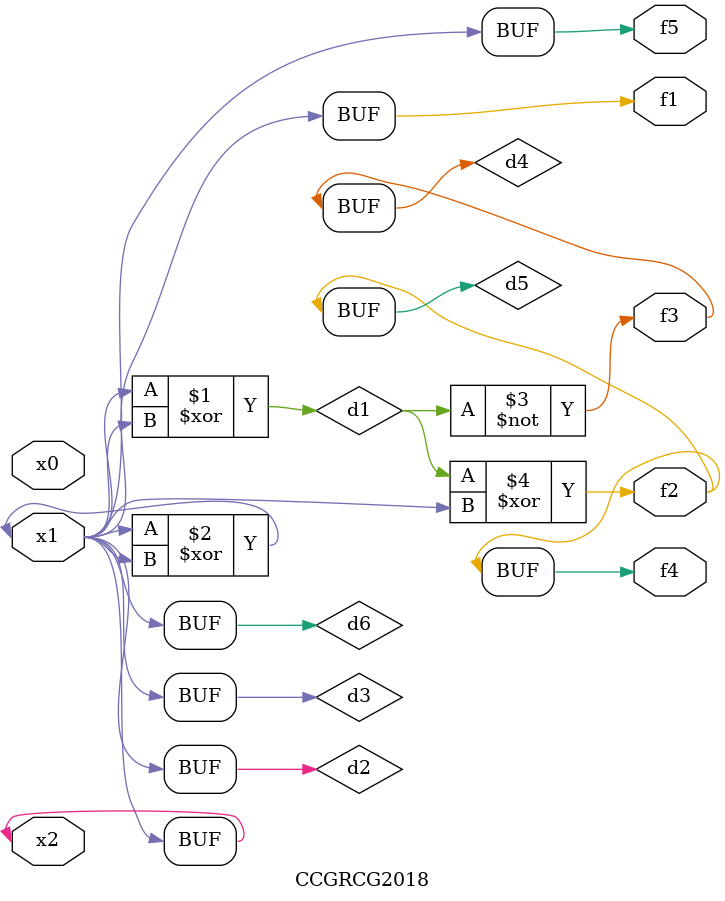
<source format=v>
module CCGRCG2018(
	input x0, x1, x2,
	output f1, f2, f3, f4, f5
);

	wire d1, d2, d3, d4, d5, d6;

	xor (d1, x1, x2);
	buf (d2, x1, x2);
	xor (d3, x1, x2);
	nor (d4, d1);
	xor (d5, d1, d2);
	buf (d6, d2, d3);
	assign f1 = d6;
	assign f2 = d5;
	assign f3 = d4;
	assign f4 = d5;
	assign f5 = d6;
endmodule

</source>
